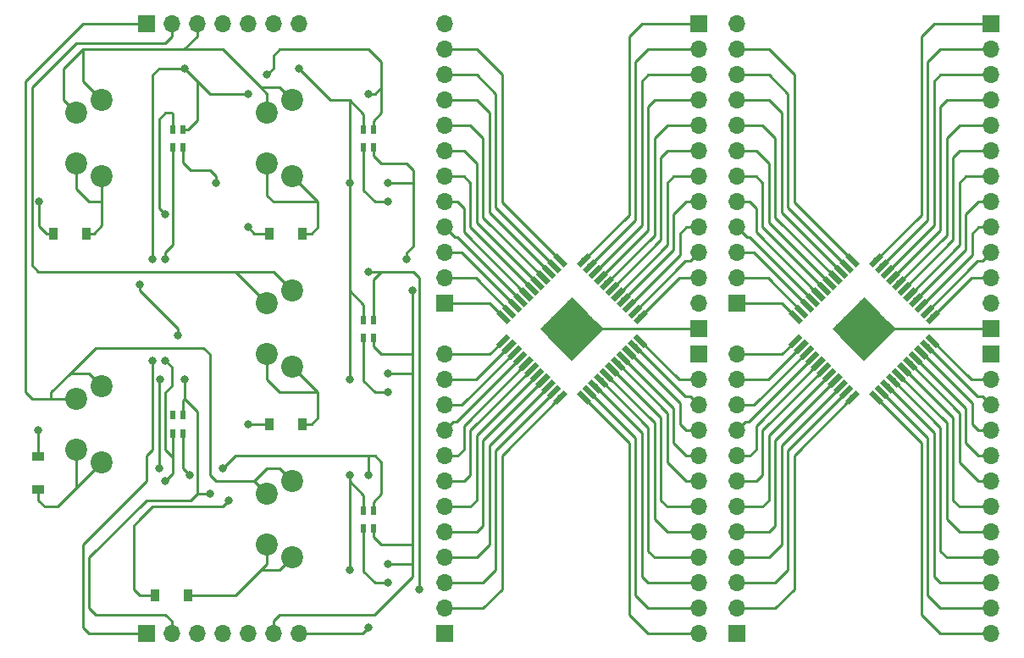
<source format=gbr>
G04 #@! TF.GenerationSoftware,KiCad,Pcbnew,(5.0.0-rc2-dev-471-ge4feb315d)*
G04 #@! TF.CreationDate,2018-05-05T14:20:45+01:00*
G04 #@! TF.ProjectId,panel,70616E656C2E6B696361645F70636200,rev?*
G04 #@! TF.SameCoordinates,Original*
G04 #@! TF.FileFunction,Copper,L1,Top,Signal*
G04 #@! TF.FilePolarity,Positive*
%FSLAX46Y46*%
G04 Gerber Fmt 4.6, Leading zero omitted, Abs format (unit mm)*
G04 Created by KiCad (PCBNEW (5.0.0-rc2-dev-471-ge4feb315d)) date Sat May  5 14:20:45 2018*
%MOMM*%
%LPD*%
G01*
G04 APERTURE LIST*
%ADD10O,1.700000X1.700000*%
%ADD11R,1.700000X1.700000*%
%ADD12C,0.550000*%
%ADD13C,0.100000*%
%ADD14C,1.125000*%
%ADD15R,0.500000X0.850000*%
%ADD16C,2.200000*%
%ADD17R,1.200000X0.900000*%
%ADD18R,0.900000X1.200000*%
%ADD19C,0.800000*%
%ADD20C,0.250000*%
G04 APERTURE END LIST*
D10*
X171450000Y-149860000D03*
X171450000Y-147320000D03*
X171450000Y-144780000D03*
X171450000Y-142240000D03*
X171450000Y-139700000D03*
X171450000Y-137160000D03*
X171450000Y-134620000D03*
X171450000Y-132080000D03*
X171450000Y-129540000D03*
X171450000Y-127000000D03*
X171450000Y-124460000D03*
D11*
X171450000Y-121920000D03*
D10*
X146050000Y-88900000D03*
X146050000Y-91440000D03*
X146050000Y-93980000D03*
X146050000Y-96520000D03*
X146050000Y-99060000D03*
X146050000Y-101600000D03*
X146050000Y-104140000D03*
X146050000Y-106680000D03*
X146050000Y-109220000D03*
X146050000Y-111760000D03*
X146050000Y-114300000D03*
D11*
X146050000Y-116840000D03*
X171450000Y-88900000D03*
D10*
X171450000Y-91440000D03*
X171450000Y-93980000D03*
X171450000Y-96520000D03*
X171450000Y-99060000D03*
X171450000Y-101600000D03*
X171450000Y-104140000D03*
X171450000Y-106680000D03*
X171450000Y-109220000D03*
X171450000Y-111760000D03*
X171450000Y-114300000D03*
X171450000Y-116840000D03*
D11*
X171450000Y-119380000D03*
D12*
X157547918Y-112521064D03*
D13*
G36*
X156823134Y-112185188D02*
X157212042Y-111796280D01*
X158272702Y-112856940D01*
X157883794Y-113245848D01*
X156823134Y-112185188D01*
X156823134Y-112185188D01*
G37*
D12*
X156982233Y-113086750D03*
D13*
G36*
X156257449Y-112750874D02*
X156646357Y-112361966D01*
X157707017Y-113422626D01*
X157318109Y-113811534D01*
X156257449Y-112750874D01*
X156257449Y-112750874D01*
G37*
D12*
X156416548Y-113652435D03*
D13*
G36*
X155691764Y-113316559D02*
X156080672Y-112927651D01*
X157141332Y-113988311D01*
X156752424Y-114377219D01*
X155691764Y-113316559D01*
X155691764Y-113316559D01*
G37*
D12*
X155850862Y-114218120D03*
D13*
G36*
X155126078Y-113882244D02*
X155514986Y-113493336D01*
X156575646Y-114553996D01*
X156186738Y-114942904D01*
X155126078Y-113882244D01*
X155126078Y-113882244D01*
G37*
D12*
X155285177Y-114783806D03*
D13*
G36*
X154560393Y-114447930D02*
X154949301Y-114059022D01*
X156009961Y-115119682D01*
X155621053Y-115508590D01*
X154560393Y-114447930D01*
X154560393Y-114447930D01*
G37*
D12*
X154719491Y-115349491D03*
D13*
G36*
X153994707Y-115013615D02*
X154383615Y-114624707D01*
X155444275Y-115685367D01*
X155055367Y-116074275D01*
X153994707Y-115013615D01*
X153994707Y-115013615D01*
G37*
D12*
X154153806Y-115915177D03*
D13*
G36*
X153429022Y-115579301D02*
X153817930Y-115190393D01*
X154878590Y-116251053D01*
X154489682Y-116639961D01*
X153429022Y-115579301D01*
X153429022Y-115579301D01*
G37*
D12*
X153588120Y-116480862D03*
D13*
G36*
X152863336Y-116144986D02*
X153252244Y-115756078D01*
X154312904Y-116816738D01*
X153923996Y-117205646D01*
X152863336Y-116144986D01*
X152863336Y-116144986D01*
G37*
D12*
X153022435Y-117046548D03*
D13*
G36*
X152297651Y-116710672D02*
X152686559Y-116321764D01*
X153747219Y-117382424D01*
X153358311Y-117771332D01*
X152297651Y-116710672D01*
X152297651Y-116710672D01*
G37*
D12*
X152456750Y-117612233D03*
D13*
G36*
X151731966Y-117276357D02*
X152120874Y-116887449D01*
X153181534Y-117948109D01*
X152792626Y-118337017D01*
X151731966Y-117276357D01*
X151731966Y-117276357D01*
G37*
D12*
X151891064Y-118177918D03*
D13*
G36*
X151166280Y-117842042D02*
X151555188Y-117453134D01*
X152615848Y-118513794D01*
X152226940Y-118902702D01*
X151166280Y-117842042D01*
X151166280Y-117842042D01*
G37*
D12*
X151891064Y-120582082D03*
D13*
G36*
X151555188Y-121306866D02*
X151166280Y-120917958D01*
X152226940Y-119857298D01*
X152615848Y-120246206D01*
X151555188Y-121306866D01*
X151555188Y-121306866D01*
G37*
D12*
X152456750Y-121147767D03*
D13*
G36*
X152120874Y-121872551D02*
X151731966Y-121483643D01*
X152792626Y-120422983D01*
X153181534Y-120811891D01*
X152120874Y-121872551D01*
X152120874Y-121872551D01*
G37*
D12*
X153022435Y-121713452D03*
D13*
G36*
X152686559Y-122438236D02*
X152297651Y-122049328D01*
X153358311Y-120988668D01*
X153747219Y-121377576D01*
X152686559Y-122438236D01*
X152686559Y-122438236D01*
G37*
D12*
X153588120Y-122279138D03*
D13*
G36*
X153252244Y-123003922D02*
X152863336Y-122615014D01*
X153923996Y-121554354D01*
X154312904Y-121943262D01*
X153252244Y-123003922D01*
X153252244Y-123003922D01*
G37*
D12*
X154153806Y-122844823D03*
D13*
G36*
X153817930Y-123569607D02*
X153429022Y-123180699D01*
X154489682Y-122120039D01*
X154878590Y-122508947D01*
X153817930Y-123569607D01*
X153817930Y-123569607D01*
G37*
D12*
X154719491Y-123410509D03*
D13*
G36*
X154383615Y-124135293D02*
X153994707Y-123746385D01*
X155055367Y-122685725D01*
X155444275Y-123074633D01*
X154383615Y-124135293D01*
X154383615Y-124135293D01*
G37*
D12*
X155285177Y-123976194D03*
D13*
G36*
X154949301Y-124700978D02*
X154560393Y-124312070D01*
X155621053Y-123251410D01*
X156009961Y-123640318D01*
X154949301Y-124700978D01*
X154949301Y-124700978D01*
G37*
D12*
X155850862Y-124541880D03*
D13*
G36*
X155514986Y-125266664D02*
X155126078Y-124877756D01*
X156186738Y-123817096D01*
X156575646Y-124206004D01*
X155514986Y-125266664D01*
X155514986Y-125266664D01*
G37*
D12*
X156416548Y-125107565D03*
D13*
G36*
X156080672Y-125832349D02*
X155691764Y-125443441D01*
X156752424Y-124382781D01*
X157141332Y-124771689D01*
X156080672Y-125832349D01*
X156080672Y-125832349D01*
G37*
D12*
X156982233Y-125673250D03*
D13*
G36*
X156646357Y-126398034D02*
X156257449Y-126009126D01*
X157318109Y-124948466D01*
X157707017Y-125337374D01*
X156646357Y-126398034D01*
X156646357Y-126398034D01*
G37*
D12*
X157547918Y-126238936D03*
D13*
G36*
X157212042Y-126963720D02*
X156823134Y-126574812D01*
X157883794Y-125514152D01*
X158272702Y-125903060D01*
X157212042Y-126963720D01*
X157212042Y-126963720D01*
G37*
D12*
X159952082Y-126238936D03*
D13*
G36*
X159227298Y-125903060D02*
X159616206Y-125514152D01*
X160676866Y-126574812D01*
X160287958Y-126963720D01*
X159227298Y-125903060D01*
X159227298Y-125903060D01*
G37*
D12*
X160517767Y-125673250D03*
D13*
G36*
X159792983Y-125337374D02*
X160181891Y-124948466D01*
X161242551Y-126009126D01*
X160853643Y-126398034D01*
X159792983Y-125337374D01*
X159792983Y-125337374D01*
G37*
D12*
X161083452Y-125107565D03*
D13*
G36*
X160358668Y-124771689D02*
X160747576Y-124382781D01*
X161808236Y-125443441D01*
X161419328Y-125832349D01*
X160358668Y-124771689D01*
X160358668Y-124771689D01*
G37*
D12*
X161649138Y-124541880D03*
D13*
G36*
X160924354Y-124206004D02*
X161313262Y-123817096D01*
X162373922Y-124877756D01*
X161985014Y-125266664D01*
X160924354Y-124206004D01*
X160924354Y-124206004D01*
G37*
D12*
X162214823Y-123976194D03*
D13*
G36*
X161490039Y-123640318D02*
X161878947Y-123251410D01*
X162939607Y-124312070D01*
X162550699Y-124700978D01*
X161490039Y-123640318D01*
X161490039Y-123640318D01*
G37*
D12*
X162780509Y-123410509D03*
D13*
G36*
X162055725Y-123074633D02*
X162444633Y-122685725D01*
X163505293Y-123746385D01*
X163116385Y-124135293D01*
X162055725Y-123074633D01*
X162055725Y-123074633D01*
G37*
D12*
X163346194Y-122844823D03*
D13*
G36*
X162621410Y-122508947D02*
X163010318Y-122120039D01*
X164070978Y-123180699D01*
X163682070Y-123569607D01*
X162621410Y-122508947D01*
X162621410Y-122508947D01*
G37*
D12*
X163911880Y-122279138D03*
D13*
G36*
X163187096Y-121943262D02*
X163576004Y-121554354D01*
X164636664Y-122615014D01*
X164247756Y-123003922D01*
X163187096Y-121943262D01*
X163187096Y-121943262D01*
G37*
D12*
X164477565Y-121713452D03*
D13*
G36*
X163752781Y-121377576D02*
X164141689Y-120988668D01*
X165202349Y-122049328D01*
X164813441Y-122438236D01*
X163752781Y-121377576D01*
X163752781Y-121377576D01*
G37*
D12*
X165043250Y-121147767D03*
D13*
G36*
X164318466Y-120811891D02*
X164707374Y-120422983D01*
X165768034Y-121483643D01*
X165379126Y-121872551D01*
X164318466Y-120811891D01*
X164318466Y-120811891D01*
G37*
D12*
X165608936Y-120582082D03*
D13*
G36*
X164884152Y-120246206D02*
X165273060Y-119857298D01*
X166333720Y-120917958D01*
X165944812Y-121306866D01*
X164884152Y-120246206D01*
X164884152Y-120246206D01*
G37*
D12*
X165608936Y-118177918D03*
D13*
G36*
X165273060Y-118902702D02*
X164884152Y-118513794D01*
X165944812Y-117453134D01*
X166333720Y-117842042D01*
X165273060Y-118902702D01*
X165273060Y-118902702D01*
G37*
D12*
X165043250Y-117612233D03*
D13*
G36*
X164707374Y-118337017D02*
X164318466Y-117948109D01*
X165379126Y-116887449D01*
X165768034Y-117276357D01*
X164707374Y-118337017D01*
X164707374Y-118337017D01*
G37*
D12*
X164477565Y-117046548D03*
D13*
G36*
X164141689Y-117771332D02*
X163752781Y-117382424D01*
X164813441Y-116321764D01*
X165202349Y-116710672D01*
X164141689Y-117771332D01*
X164141689Y-117771332D01*
G37*
D12*
X163911880Y-116480862D03*
D13*
G36*
X163576004Y-117205646D02*
X163187096Y-116816738D01*
X164247756Y-115756078D01*
X164636664Y-116144986D01*
X163576004Y-117205646D01*
X163576004Y-117205646D01*
G37*
D12*
X163346194Y-115915177D03*
D13*
G36*
X163010318Y-116639961D02*
X162621410Y-116251053D01*
X163682070Y-115190393D01*
X164070978Y-115579301D01*
X163010318Y-116639961D01*
X163010318Y-116639961D01*
G37*
D12*
X162780509Y-115349491D03*
D13*
G36*
X162444633Y-116074275D02*
X162055725Y-115685367D01*
X163116385Y-114624707D01*
X163505293Y-115013615D01*
X162444633Y-116074275D01*
X162444633Y-116074275D01*
G37*
D12*
X162214823Y-114783806D03*
D13*
G36*
X161878947Y-115508590D02*
X161490039Y-115119682D01*
X162550699Y-114059022D01*
X162939607Y-114447930D01*
X161878947Y-115508590D01*
X161878947Y-115508590D01*
G37*
D12*
X161649138Y-114218120D03*
D13*
G36*
X161313262Y-114942904D02*
X160924354Y-114553996D01*
X161985014Y-113493336D01*
X162373922Y-113882244D01*
X161313262Y-114942904D01*
X161313262Y-114942904D01*
G37*
D12*
X161083452Y-113652435D03*
D13*
G36*
X160747576Y-114377219D02*
X160358668Y-113988311D01*
X161419328Y-112927651D01*
X161808236Y-113316559D01*
X160747576Y-114377219D01*
X160747576Y-114377219D01*
G37*
D12*
X160517767Y-113086750D03*
D13*
G36*
X160181891Y-113811534D02*
X159792983Y-113422626D01*
X160853643Y-112361966D01*
X161242551Y-112750874D01*
X160181891Y-113811534D01*
X160181891Y-113811534D01*
G37*
D12*
X159952082Y-112521064D03*
D13*
G36*
X159616206Y-113245848D02*
X159227298Y-112856940D01*
X160287958Y-111796280D01*
X160676866Y-112185188D01*
X159616206Y-113245848D01*
X159616206Y-113245848D01*
G37*
D14*
X158750000Y-121766485D03*
D13*
G36*
X157954505Y-121766485D02*
X158750000Y-120970990D01*
X159545495Y-121766485D01*
X158750000Y-122561980D01*
X157954505Y-121766485D01*
X157954505Y-121766485D01*
G37*
D14*
X159545495Y-120970990D03*
D13*
G36*
X158750000Y-120970990D02*
X159545495Y-120175495D01*
X160340990Y-120970990D01*
X159545495Y-121766485D01*
X158750000Y-120970990D01*
X158750000Y-120970990D01*
G37*
D14*
X160340990Y-120175495D03*
D13*
G36*
X159545495Y-120175495D02*
X160340990Y-119380000D01*
X161136485Y-120175495D01*
X160340990Y-120970990D01*
X159545495Y-120175495D01*
X159545495Y-120175495D01*
G37*
D14*
X161136485Y-119380000D03*
D13*
G36*
X160340990Y-119380000D02*
X161136485Y-118584505D01*
X161931980Y-119380000D01*
X161136485Y-120175495D01*
X160340990Y-119380000D01*
X160340990Y-119380000D01*
G37*
D14*
X157954505Y-120970990D03*
D13*
G36*
X157159010Y-120970990D02*
X157954505Y-120175495D01*
X158750000Y-120970990D01*
X157954505Y-121766485D01*
X157159010Y-120970990D01*
X157159010Y-120970990D01*
G37*
D14*
X158750000Y-120175495D03*
D13*
G36*
X157954505Y-120175495D02*
X158750000Y-119380000D01*
X159545495Y-120175495D01*
X158750000Y-120970990D01*
X157954505Y-120175495D01*
X157954505Y-120175495D01*
G37*
D14*
X159545495Y-119380000D03*
D13*
G36*
X158750000Y-119380000D02*
X159545495Y-118584505D01*
X160340990Y-119380000D01*
X159545495Y-120175495D01*
X158750000Y-119380000D01*
X158750000Y-119380000D01*
G37*
D14*
X160340990Y-118584505D03*
D13*
G36*
X159545495Y-118584505D02*
X160340990Y-117789010D01*
X161136485Y-118584505D01*
X160340990Y-119380000D01*
X159545495Y-118584505D01*
X159545495Y-118584505D01*
G37*
D14*
X157159010Y-120175495D03*
D13*
G36*
X156363515Y-120175495D02*
X157159010Y-119380000D01*
X157954505Y-120175495D01*
X157159010Y-120970990D01*
X156363515Y-120175495D01*
X156363515Y-120175495D01*
G37*
D14*
X157954505Y-119380000D03*
D13*
G36*
X157159010Y-119380000D02*
X157954505Y-118584505D01*
X158750000Y-119380000D01*
X157954505Y-120175495D01*
X157159010Y-119380000D01*
X157159010Y-119380000D01*
G37*
D14*
X158750000Y-118584505D03*
D13*
G36*
X157954505Y-118584505D02*
X158750000Y-117789010D01*
X159545495Y-118584505D01*
X158750000Y-119380000D01*
X157954505Y-118584505D01*
X157954505Y-118584505D01*
G37*
D14*
X159545495Y-117789010D03*
D13*
G36*
X158750000Y-117789010D02*
X159545495Y-116993515D01*
X160340990Y-117789010D01*
X159545495Y-118584505D01*
X158750000Y-117789010D01*
X158750000Y-117789010D01*
G37*
D14*
X156363515Y-119380000D03*
D13*
G36*
X155568020Y-119380000D02*
X156363515Y-118584505D01*
X157159010Y-119380000D01*
X156363515Y-120175495D01*
X155568020Y-119380000D01*
X155568020Y-119380000D01*
G37*
D14*
X157159010Y-118584505D03*
D13*
G36*
X156363515Y-118584505D02*
X157159010Y-117789010D01*
X157954505Y-118584505D01*
X157159010Y-119380000D01*
X156363515Y-118584505D01*
X156363515Y-118584505D01*
G37*
D14*
X157954505Y-117789010D03*
D13*
G36*
X157159010Y-117789010D02*
X157954505Y-116993515D01*
X158750000Y-117789010D01*
X157954505Y-118584505D01*
X157159010Y-117789010D01*
X157159010Y-117789010D01*
G37*
D14*
X158750000Y-116993515D03*
D13*
G36*
X157954505Y-116993515D02*
X158750000Y-116198020D01*
X159545495Y-116993515D01*
X158750000Y-117789010D01*
X157954505Y-116993515D01*
X157954505Y-116993515D01*
G37*
D11*
X146050000Y-149860000D03*
D10*
X146050000Y-147320000D03*
X146050000Y-144780000D03*
X146050000Y-142240000D03*
X146050000Y-139700000D03*
X146050000Y-137160000D03*
X146050000Y-134620000D03*
X146050000Y-132080000D03*
X146050000Y-129540000D03*
X146050000Y-127000000D03*
X146050000Y-124460000D03*
X146050000Y-121920000D03*
X116840000Y-121920000D03*
X116840000Y-124460000D03*
X116840000Y-127000000D03*
X116840000Y-129540000D03*
X116840000Y-132080000D03*
X116840000Y-134620000D03*
X116840000Y-137160000D03*
X116840000Y-139700000D03*
X116840000Y-142240000D03*
X116840000Y-144780000D03*
X116840000Y-147320000D03*
D11*
X116840000Y-149860000D03*
X116840000Y-116840000D03*
D10*
X116840000Y-114300000D03*
X116840000Y-111760000D03*
X116840000Y-109220000D03*
X116840000Y-106680000D03*
X116840000Y-104140000D03*
X116840000Y-101600000D03*
X116840000Y-99060000D03*
X116840000Y-96520000D03*
X116840000Y-93980000D03*
X116840000Y-91440000D03*
X116840000Y-88900000D03*
D11*
X142240000Y-121920000D03*
D10*
X142240000Y-124460000D03*
X142240000Y-127000000D03*
X142240000Y-129540000D03*
X142240000Y-132080000D03*
X142240000Y-134620000D03*
X142240000Y-137160000D03*
X142240000Y-139700000D03*
X142240000Y-142240000D03*
X142240000Y-144780000D03*
X142240000Y-147320000D03*
X142240000Y-149860000D03*
X142240000Y-116840000D03*
X142240000Y-114300000D03*
X142240000Y-111760000D03*
X142240000Y-109220000D03*
X142240000Y-106680000D03*
X142240000Y-104140000D03*
X142240000Y-101600000D03*
X142240000Y-99060000D03*
X142240000Y-96520000D03*
X142240000Y-93980000D03*
X142240000Y-91440000D03*
D11*
X142240000Y-88900000D03*
D14*
X129540000Y-116993515D03*
D13*
G36*
X128744505Y-116993515D02*
X129540000Y-116198020D01*
X130335495Y-116993515D01*
X129540000Y-117789010D01*
X128744505Y-116993515D01*
X128744505Y-116993515D01*
G37*
D14*
X128744505Y-117789010D03*
D13*
G36*
X127949010Y-117789010D02*
X128744505Y-116993515D01*
X129540000Y-117789010D01*
X128744505Y-118584505D01*
X127949010Y-117789010D01*
X127949010Y-117789010D01*
G37*
D14*
X127949010Y-118584505D03*
D13*
G36*
X127153515Y-118584505D02*
X127949010Y-117789010D01*
X128744505Y-118584505D01*
X127949010Y-119380000D01*
X127153515Y-118584505D01*
X127153515Y-118584505D01*
G37*
D14*
X127153515Y-119380000D03*
D13*
G36*
X126358020Y-119380000D02*
X127153515Y-118584505D01*
X127949010Y-119380000D01*
X127153515Y-120175495D01*
X126358020Y-119380000D01*
X126358020Y-119380000D01*
G37*
D14*
X130335495Y-117789010D03*
D13*
G36*
X129540000Y-117789010D02*
X130335495Y-116993515D01*
X131130990Y-117789010D01*
X130335495Y-118584505D01*
X129540000Y-117789010D01*
X129540000Y-117789010D01*
G37*
D14*
X129540000Y-118584505D03*
D13*
G36*
X128744505Y-118584505D02*
X129540000Y-117789010D01*
X130335495Y-118584505D01*
X129540000Y-119380000D01*
X128744505Y-118584505D01*
X128744505Y-118584505D01*
G37*
D14*
X128744505Y-119380000D03*
D13*
G36*
X127949010Y-119380000D02*
X128744505Y-118584505D01*
X129540000Y-119380000D01*
X128744505Y-120175495D01*
X127949010Y-119380000D01*
X127949010Y-119380000D01*
G37*
D14*
X127949010Y-120175495D03*
D13*
G36*
X127153515Y-120175495D02*
X127949010Y-119380000D01*
X128744505Y-120175495D01*
X127949010Y-120970990D01*
X127153515Y-120175495D01*
X127153515Y-120175495D01*
G37*
D14*
X131130990Y-118584505D03*
D13*
G36*
X130335495Y-118584505D02*
X131130990Y-117789010D01*
X131926485Y-118584505D01*
X131130990Y-119380000D01*
X130335495Y-118584505D01*
X130335495Y-118584505D01*
G37*
D14*
X130335495Y-119380000D03*
D13*
G36*
X129540000Y-119380000D02*
X130335495Y-118584505D01*
X131130990Y-119380000D01*
X130335495Y-120175495D01*
X129540000Y-119380000D01*
X129540000Y-119380000D01*
G37*
D14*
X129540000Y-120175495D03*
D13*
G36*
X128744505Y-120175495D02*
X129540000Y-119380000D01*
X130335495Y-120175495D01*
X129540000Y-120970990D01*
X128744505Y-120175495D01*
X128744505Y-120175495D01*
G37*
D14*
X128744505Y-120970990D03*
D13*
G36*
X127949010Y-120970990D02*
X128744505Y-120175495D01*
X129540000Y-120970990D01*
X128744505Y-121766485D01*
X127949010Y-120970990D01*
X127949010Y-120970990D01*
G37*
D14*
X131926485Y-119380000D03*
D13*
G36*
X131130990Y-119380000D02*
X131926485Y-118584505D01*
X132721980Y-119380000D01*
X131926485Y-120175495D01*
X131130990Y-119380000D01*
X131130990Y-119380000D01*
G37*
D14*
X131130990Y-120175495D03*
D13*
G36*
X130335495Y-120175495D02*
X131130990Y-119380000D01*
X131926485Y-120175495D01*
X131130990Y-120970990D01*
X130335495Y-120175495D01*
X130335495Y-120175495D01*
G37*
D14*
X130335495Y-120970990D03*
D13*
G36*
X129540000Y-120970990D02*
X130335495Y-120175495D01*
X131130990Y-120970990D01*
X130335495Y-121766485D01*
X129540000Y-120970990D01*
X129540000Y-120970990D01*
G37*
D14*
X129540000Y-121766485D03*
D13*
G36*
X128744505Y-121766485D02*
X129540000Y-120970990D01*
X130335495Y-121766485D01*
X129540000Y-122561980D01*
X128744505Y-121766485D01*
X128744505Y-121766485D01*
G37*
D12*
X130742082Y-112521064D03*
D13*
G36*
X130406206Y-113245848D02*
X130017298Y-112856940D01*
X131077958Y-111796280D01*
X131466866Y-112185188D01*
X130406206Y-113245848D01*
X130406206Y-113245848D01*
G37*
D12*
X131307767Y-113086750D03*
D13*
G36*
X130971891Y-113811534D02*
X130582983Y-113422626D01*
X131643643Y-112361966D01*
X132032551Y-112750874D01*
X130971891Y-113811534D01*
X130971891Y-113811534D01*
G37*
D12*
X131873452Y-113652435D03*
D13*
G36*
X131537576Y-114377219D02*
X131148668Y-113988311D01*
X132209328Y-112927651D01*
X132598236Y-113316559D01*
X131537576Y-114377219D01*
X131537576Y-114377219D01*
G37*
D12*
X132439138Y-114218120D03*
D13*
G36*
X132103262Y-114942904D02*
X131714354Y-114553996D01*
X132775014Y-113493336D01*
X133163922Y-113882244D01*
X132103262Y-114942904D01*
X132103262Y-114942904D01*
G37*
D12*
X133004823Y-114783806D03*
D13*
G36*
X132668947Y-115508590D02*
X132280039Y-115119682D01*
X133340699Y-114059022D01*
X133729607Y-114447930D01*
X132668947Y-115508590D01*
X132668947Y-115508590D01*
G37*
D12*
X133570509Y-115349491D03*
D13*
G36*
X133234633Y-116074275D02*
X132845725Y-115685367D01*
X133906385Y-114624707D01*
X134295293Y-115013615D01*
X133234633Y-116074275D01*
X133234633Y-116074275D01*
G37*
D12*
X134136194Y-115915177D03*
D13*
G36*
X133800318Y-116639961D02*
X133411410Y-116251053D01*
X134472070Y-115190393D01*
X134860978Y-115579301D01*
X133800318Y-116639961D01*
X133800318Y-116639961D01*
G37*
D12*
X134701880Y-116480862D03*
D13*
G36*
X134366004Y-117205646D02*
X133977096Y-116816738D01*
X135037756Y-115756078D01*
X135426664Y-116144986D01*
X134366004Y-117205646D01*
X134366004Y-117205646D01*
G37*
D12*
X135267565Y-117046548D03*
D13*
G36*
X134931689Y-117771332D02*
X134542781Y-117382424D01*
X135603441Y-116321764D01*
X135992349Y-116710672D01*
X134931689Y-117771332D01*
X134931689Y-117771332D01*
G37*
D12*
X135833250Y-117612233D03*
D13*
G36*
X135497374Y-118337017D02*
X135108466Y-117948109D01*
X136169126Y-116887449D01*
X136558034Y-117276357D01*
X135497374Y-118337017D01*
X135497374Y-118337017D01*
G37*
D12*
X136398936Y-118177918D03*
D13*
G36*
X136063060Y-118902702D02*
X135674152Y-118513794D01*
X136734812Y-117453134D01*
X137123720Y-117842042D01*
X136063060Y-118902702D01*
X136063060Y-118902702D01*
G37*
D12*
X136398936Y-120582082D03*
D13*
G36*
X135674152Y-120246206D02*
X136063060Y-119857298D01*
X137123720Y-120917958D01*
X136734812Y-121306866D01*
X135674152Y-120246206D01*
X135674152Y-120246206D01*
G37*
D12*
X135833250Y-121147767D03*
D13*
G36*
X135108466Y-120811891D02*
X135497374Y-120422983D01*
X136558034Y-121483643D01*
X136169126Y-121872551D01*
X135108466Y-120811891D01*
X135108466Y-120811891D01*
G37*
D12*
X135267565Y-121713452D03*
D13*
G36*
X134542781Y-121377576D02*
X134931689Y-120988668D01*
X135992349Y-122049328D01*
X135603441Y-122438236D01*
X134542781Y-121377576D01*
X134542781Y-121377576D01*
G37*
D12*
X134701880Y-122279138D03*
D13*
G36*
X133977096Y-121943262D02*
X134366004Y-121554354D01*
X135426664Y-122615014D01*
X135037756Y-123003922D01*
X133977096Y-121943262D01*
X133977096Y-121943262D01*
G37*
D12*
X134136194Y-122844823D03*
D13*
G36*
X133411410Y-122508947D02*
X133800318Y-122120039D01*
X134860978Y-123180699D01*
X134472070Y-123569607D01*
X133411410Y-122508947D01*
X133411410Y-122508947D01*
G37*
D12*
X133570509Y-123410509D03*
D13*
G36*
X132845725Y-123074633D02*
X133234633Y-122685725D01*
X134295293Y-123746385D01*
X133906385Y-124135293D01*
X132845725Y-123074633D01*
X132845725Y-123074633D01*
G37*
D12*
X133004823Y-123976194D03*
D13*
G36*
X132280039Y-123640318D02*
X132668947Y-123251410D01*
X133729607Y-124312070D01*
X133340699Y-124700978D01*
X132280039Y-123640318D01*
X132280039Y-123640318D01*
G37*
D12*
X132439138Y-124541880D03*
D13*
G36*
X131714354Y-124206004D02*
X132103262Y-123817096D01*
X133163922Y-124877756D01*
X132775014Y-125266664D01*
X131714354Y-124206004D01*
X131714354Y-124206004D01*
G37*
D12*
X131873452Y-125107565D03*
D13*
G36*
X131148668Y-124771689D02*
X131537576Y-124382781D01*
X132598236Y-125443441D01*
X132209328Y-125832349D01*
X131148668Y-124771689D01*
X131148668Y-124771689D01*
G37*
D12*
X131307767Y-125673250D03*
D13*
G36*
X130582983Y-125337374D02*
X130971891Y-124948466D01*
X132032551Y-126009126D01*
X131643643Y-126398034D01*
X130582983Y-125337374D01*
X130582983Y-125337374D01*
G37*
D12*
X130742082Y-126238936D03*
D13*
G36*
X130017298Y-125903060D02*
X130406206Y-125514152D01*
X131466866Y-126574812D01*
X131077958Y-126963720D01*
X130017298Y-125903060D01*
X130017298Y-125903060D01*
G37*
D12*
X128337918Y-126238936D03*
D13*
G36*
X128002042Y-126963720D02*
X127613134Y-126574812D01*
X128673794Y-125514152D01*
X129062702Y-125903060D01*
X128002042Y-126963720D01*
X128002042Y-126963720D01*
G37*
D12*
X127772233Y-125673250D03*
D13*
G36*
X127436357Y-126398034D02*
X127047449Y-126009126D01*
X128108109Y-124948466D01*
X128497017Y-125337374D01*
X127436357Y-126398034D01*
X127436357Y-126398034D01*
G37*
D12*
X127206548Y-125107565D03*
D13*
G36*
X126870672Y-125832349D02*
X126481764Y-125443441D01*
X127542424Y-124382781D01*
X127931332Y-124771689D01*
X126870672Y-125832349D01*
X126870672Y-125832349D01*
G37*
D12*
X126640862Y-124541880D03*
D13*
G36*
X126304986Y-125266664D02*
X125916078Y-124877756D01*
X126976738Y-123817096D01*
X127365646Y-124206004D01*
X126304986Y-125266664D01*
X126304986Y-125266664D01*
G37*
D12*
X126075177Y-123976194D03*
D13*
G36*
X125739301Y-124700978D02*
X125350393Y-124312070D01*
X126411053Y-123251410D01*
X126799961Y-123640318D01*
X125739301Y-124700978D01*
X125739301Y-124700978D01*
G37*
D12*
X125509491Y-123410509D03*
D13*
G36*
X125173615Y-124135293D02*
X124784707Y-123746385D01*
X125845367Y-122685725D01*
X126234275Y-123074633D01*
X125173615Y-124135293D01*
X125173615Y-124135293D01*
G37*
D12*
X124943806Y-122844823D03*
D13*
G36*
X124607930Y-123569607D02*
X124219022Y-123180699D01*
X125279682Y-122120039D01*
X125668590Y-122508947D01*
X124607930Y-123569607D01*
X124607930Y-123569607D01*
G37*
D12*
X124378120Y-122279138D03*
D13*
G36*
X124042244Y-123003922D02*
X123653336Y-122615014D01*
X124713996Y-121554354D01*
X125102904Y-121943262D01*
X124042244Y-123003922D01*
X124042244Y-123003922D01*
G37*
D12*
X123812435Y-121713452D03*
D13*
G36*
X123476559Y-122438236D02*
X123087651Y-122049328D01*
X124148311Y-120988668D01*
X124537219Y-121377576D01*
X123476559Y-122438236D01*
X123476559Y-122438236D01*
G37*
D12*
X123246750Y-121147767D03*
D13*
G36*
X122910874Y-121872551D02*
X122521966Y-121483643D01*
X123582626Y-120422983D01*
X123971534Y-120811891D01*
X122910874Y-121872551D01*
X122910874Y-121872551D01*
G37*
D12*
X122681064Y-120582082D03*
D13*
G36*
X122345188Y-121306866D02*
X121956280Y-120917958D01*
X123016940Y-119857298D01*
X123405848Y-120246206D01*
X122345188Y-121306866D01*
X122345188Y-121306866D01*
G37*
D12*
X122681064Y-118177918D03*
D13*
G36*
X121956280Y-117842042D02*
X122345188Y-117453134D01*
X123405848Y-118513794D01*
X123016940Y-118902702D01*
X121956280Y-117842042D01*
X121956280Y-117842042D01*
G37*
D12*
X123246750Y-117612233D03*
D13*
G36*
X122521966Y-117276357D02*
X122910874Y-116887449D01*
X123971534Y-117948109D01*
X123582626Y-118337017D01*
X122521966Y-117276357D01*
X122521966Y-117276357D01*
G37*
D12*
X123812435Y-117046548D03*
D13*
G36*
X123087651Y-116710672D02*
X123476559Y-116321764D01*
X124537219Y-117382424D01*
X124148311Y-117771332D01*
X123087651Y-116710672D01*
X123087651Y-116710672D01*
G37*
D12*
X124378120Y-116480862D03*
D13*
G36*
X123653336Y-116144986D02*
X124042244Y-115756078D01*
X125102904Y-116816738D01*
X124713996Y-117205646D01*
X123653336Y-116144986D01*
X123653336Y-116144986D01*
G37*
D12*
X124943806Y-115915177D03*
D13*
G36*
X124219022Y-115579301D02*
X124607930Y-115190393D01*
X125668590Y-116251053D01*
X125279682Y-116639961D01*
X124219022Y-115579301D01*
X124219022Y-115579301D01*
G37*
D12*
X125509491Y-115349491D03*
D13*
G36*
X124784707Y-115013615D02*
X125173615Y-114624707D01*
X126234275Y-115685367D01*
X125845367Y-116074275D01*
X124784707Y-115013615D01*
X124784707Y-115013615D01*
G37*
D12*
X126075177Y-114783806D03*
D13*
G36*
X125350393Y-114447930D02*
X125739301Y-114059022D01*
X126799961Y-115119682D01*
X126411053Y-115508590D01*
X125350393Y-114447930D01*
X125350393Y-114447930D01*
G37*
D12*
X126640862Y-114218120D03*
D13*
G36*
X125916078Y-113882244D02*
X126304986Y-113493336D01*
X127365646Y-114553996D01*
X126976738Y-114942904D01*
X125916078Y-113882244D01*
X125916078Y-113882244D01*
G37*
D12*
X127206548Y-113652435D03*
D13*
G36*
X126481764Y-113316559D02*
X126870672Y-112927651D01*
X127931332Y-113988311D01*
X127542424Y-114377219D01*
X126481764Y-113316559D01*
X126481764Y-113316559D01*
G37*
D12*
X127772233Y-113086750D03*
D13*
G36*
X127047449Y-112750874D02*
X127436357Y-112361966D01*
X128497017Y-113422626D01*
X128108109Y-113811534D01*
X127047449Y-112750874D01*
X127047449Y-112750874D01*
G37*
D12*
X128337918Y-112521064D03*
D13*
G36*
X127613134Y-112185188D02*
X128002042Y-111796280D01*
X129062702Y-112856940D01*
X128673794Y-113245848D01*
X127613134Y-112185188D01*
X127613134Y-112185188D01*
G37*
D11*
X142240000Y-119380000D03*
D15*
X89670000Y-129805000D03*
X90670000Y-129805000D03*
X90670000Y-128005000D03*
X89670000Y-128005000D03*
X108720000Y-137530000D03*
X109720000Y-137530000D03*
X109720000Y-139330000D03*
X108720000Y-139330000D03*
X108720000Y-120280000D03*
X109720000Y-120280000D03*
X109720000Y-118480000D03*
X108720000Y-118480000D03*
X89670000Y-99430000D03*
X90670000Y-99430000D03*
X90670000Y-101230000D03*
X89670000Y-101230000D03*
X108720000Y-101230000D03*
X109720000Y-101230000D03*
X109720000Y-99430000D03*
X108720000Y-99430000D03*
D11*
X86995000Y-149860000D03*
D10*
X89535000Y-149860000D03*
X92075000Y-149860000D03*
X94615000Y-149860000D03*
X97155000Y-149860000D03*
X99695000Y-149860000D03*
X102235000Y-149860000D03*
X102235000Y-88900000D03*
X99695000Y-88900000D03*
X97155000Y-88900000D03*
X94615000Y-88900000D03*
X92075000Y-88900000D03*
X89535000Y-88900000D03*
D11*
X86995000Y-88900000D03*
D16*
X82550000Y-132715000D03*
X80010000Y-126365000D03*
X101600000Y-142240000D03*
X99060000Y-135890000D03*
X99060000Y-140970000D03*
X101600000Y-134620000D03*
X80010000Y-131445000D03*
X82550000Y-125095000D03*
X101600000Y-115570000D03*
X99060000Y-121920000D03*
X99060000Y-116840000D03*
X101600000Y-123190000D03*
X82550000Y-104140000D03*
X80010000Y-97790000D03*
X101600000Y-104140000D03*
X99060000Y-97790000D03*
X99060000Y-102870000D03*
X101600000Y-96520000D03*
X80010000Y-102870000D03*
X82550000Y-96520000D03*
D17*
X76200000Y-135415000D03*
X76200000Y-132115000D03*
D18*
X87885000Y-146050000D03*
X91185000Y-146050000D03*
X102615000Y-128905000D03*
X99315000Y-128905000D03*
X99315000Y-109855000D03*
X102615000Y-109855000D03*
X81025000Y-109855000D03*
X77725000Y-109855000D03*
D19*
X129540000Y-118110000D03*
X128270000Y-119380000D03*
X129540000Y-120650000D03*
X130810000Y-119380000D03*
X158750000Y-118110000D03*
X157480000Y-119380000D03*
X158750000Y-120650000D03*
X160020000Y-119380000D03*
X76200000Y-129540000D03*
X76290000Y-106680000D03*
X97155000Y-109220000D03*
X97155000Y-128905000D03*
X95250000Y-136525000D03*
X90805000Y-93345000D03*
X87630000Y-112395000D03*
X87630000Y-122555000D03*
X90805000Y-124460000D03*
X93345000Y-135890000D03*
X94615000Y-133350000D03*
X109220000Y-133985000D03*
X111125000Y-106680000D03*
X111125000Y-125730000D03*
X111125000Y-144780000D03*
X113575000Y-115570000D03*
X111125000Y-104775000D03*
X111125000Y-123825000D03*
X111125000Y-142875000D03*
X113030000Y-112395000D03*
X102235000Y-93345000D03*
X107315000Y-104775000D03*
X107315000Y-124460000D03*
X107315000Y-133985000D03*
X107315000Y-143510000D03*
X97155000Y-95885000D03*
X99060000Y-93980000D03*
X109220000Y-95885000D03*
X109220000Y-113665000D03*
X88900000Y-134620000D03*
X88900000Y-122555000D03*
X88900000Y-112395000D03*
X91350000Y-133985000D03*
X93980000Y-104775000D03*
X109220000Y-149225000D03*
X114260000Y-145415000D03*
X88265000Y-133350000D03*
X88355000Y-124460000D03*
X90170000Y-120015000D03*
X86360000Y-114935000D03*
X88900000Y-107950000D03*
D20*
X120015000Y-139700000D02*
X116840000Y-139700000D01*
X120650000Y-139065000D02*
X120015000Y-139700000D01*
X126640862Y-124541880D02*
X120650000Y-130532742D01*
X120650000Y-130532742D02*
X120650000Y-139065000D01*
X149225000Y-139700000D02*
X146050000Y-139700000D01*
X149860000Y-139065000D02*
X149225000Y-139700000D01*
X155850862Y-124541880D02*
X149860000Y-130532742D01*
X149860000Y-130532742D02*
X149860000Y-139065000D01*
X120015000Y-136525000D02*
X119380000Y-137160000D01*
X119380000Y-137160000D02*
X116840000Y-137160000D01*
X126075177Y-123976194D02*
X120015000Y-130036371D01*
X120015000Y-130036371D02*
X120015000Y-136525000D01*
X149225000Y-136525000D02*
X148590000Y-137160000D01*
X148590000Y-137160000D02*
X146050000Y-137160000D01*
X155285177Y-123976194D02*
X149225000Y-130036371D01*
X149225000Y-130036371D02*
X149225000Y-136525000D01*
X118745000Y-134620000D02*
X119380000Y-133985000D01*
X125509491Y-123410509D02*
X119380000Y-129540000D01*
X119380000Y-133985000D02*
X119380000Y-129540000D01*
X118745000Y-134620000D02*
X116840000Y-134620000D01*
X147955000Y-134620000D02*
X148590000Y-133985000D01*
X154719491Y-123410509D02*
X148590000Y-129540000D01*
X148590000Y-133985000D02*
X148590000Y-129540000D01*
X147955000Y-134620000D02*
X146050000Y-134620000D01*
X121343146Y-121920000D02*
X121216146Y-121920000D01*
X122681064Y-120582082D02*
X121343146Y-121920000D01*
X121216146Y-121920000D02*
X116840000Y-121920000D01*
X150553146Y-121920000D02*
X150426146Y-121920000D01*
X151891064Y-120582082D02*
X150553146Y-121920000D01*
X150426146Y-121920000D02*
X146050000Y-121920000D01*
X119934517Y-124460000D02*
X119380000Y-124460000D01*
X123246750Y-121147767D02*
X119934517Y-124460000D01*
X119380000Y-124460000D02*
X116840000Y-124460000D01*
X149144517Y-124460000D02*
X148590000Y-124460000D01*
X152456750Y-121147767D02*
X149144517Y-124460000D01*
X148590000Y-124460000D02*
X146050000Y-124460000D01*
X123812435Y-121713452D02*
X118525887Y-127000000D01*
X118525887Y-127000000D02*
X116840000Y-127000000D01*
X153022435Y-121713452D02*
X147735887Y-127000000D01*
X147735887Y-127000000D02*
X146050000Y-127000000D01*
X118110000Y-128547258D02*
X124378120Y-122279138D01*
X117967257Y-128690001D02*
X118110000Y-128547258D01*
X117689999Y-128690001D02*
X117967257Y-128690001D01*
X116840000Y-129540000D02*
X117689999Y-128690001D01*
X147320000Y-128547258D02*
X153588120Y-122279138D01*
X147177257Y-128690001D02*
X147320000Y-128547258D01*
X146899999Y-128690001D02*
X147177257Y-128690001D01*
X146050000Y-129540000D02*
X146899999Y-128690001D01*
X116205000Y-132058134D02*
X116205000Y-132080000D01*
X118110000Y-132080000D02*
X116840000Y-132080000D01*
X118745000Y-131445000D02*
X118110000Y-132080000D01*
X124943806Y-122844823D02*
X118745000Y-129043629D01*
X118745000Y-129043629D02*
X118745000Y-131445000D01*
X145415000Y-132058134D02*
X145415000Y-132080000D01*
X147320000Y-132080000D02*
X146050000Y-132080000D01*
X147955000Y-131445000D02*
X147320000Y-132080000D01*
X154153806Y-122844823D02*
X147955000Y-129043629D01*
X147955000Y-129043629D02*
X147955000Y-131445000D01*
X120015000Y-142240000D02*
X116840000Y-142240000D01*
X121285000Y-140970000D02*
X120015000Y-142240000D01*
X127206548Y-125107565D02*
X121285000Y-131029113D01*
X121285000Y-131029113D02*
X121285000Y-140970000D01*
X149225000Y-142240000D02*
X146050000Y-142240000D01*
X150495000Y-140970000D02*
X149225000Y-142240000D01*
X156416548Y-125107565D02*
X150495000Y-131029113D01*
X150495000Y-131029113D02*
X150495000Y-140970000D01*
X121920000Y-143510000D02*
X120650000Y-144780000D01*
X127772233Y-125673250D02*
X121920000Y-131525483D01*
X120650000Y-144780000D02*
X116840000Y-144780000D01*
X121920000Y-131525483D02*
X121920000Y-143510000D01*
X151130000Y-143510000D02*
X149860000Y-144780000D01*
X156982233Y-125673250D02*
X151130000Y-131525483D01*
X149860000Y-144780000D02*
X146050000Y-144780000D01*
X151130000Y-131525483D02*
X151130000Y-143510000D01*
X120650000Y-147320000D02*
X116840000Y-147320000D01*
X122555000Y-145415000D02*
X120650000Y-147320000D01*
X128337918Y-126238936D02*
X122555000Y-132021854D01*
X122555000Y-132021854D02*
X122555000Y-145415000D01*
X149860000Y-147320000D02*
X146050000Y-147320000D01*
X151765000Y-145415000D02*
X149860000Y-147320000D01*
X157547918Y-126238936D02*
X151765000Y-132021854D01*
X151765000Y-132021854D02*
X151765000Y-145415000D01*
X121343146Y-116840000D02*
X121285000Y-116840000D01*
X122681064Y-118177918D02*
X121343146Y-116840000D01*
X121343146Y-116840000D02*
X116840000Y-116840000D01*
X150553146Y-116840000D02*
X150495000Y-116840000D01*
X151891064Y-118177918D02*
X150553146Y-116840000D01*
X150553146Y-116840000D02*
X146050000Y-116840000D01*
X74930000Y-125730000D02*
X75565000Y-126365000D01*
X77470000Y-126365000D02*
X80010000Y-126365000D01*
X75565000Y-126365000D02*
X77470000Y-126365000D01*
X81280000Y-123825000D02*
X82550000Y-125095000D01*
X79375000Y-123825000D02*
X81280000Y-123825000D01*
X77470000Y-126365000D02*
X77470000Y-125730000D01*
X77470000Y-125730000D02*
X79375000Y-123825000D01*
X79375000Y-123825000D02*
X81915000Y-121285000D01*
X81915000Y-121285000D02*
X92710000Y-121285000D01*
X92710000Y-121285000D02*
X93345000Y-121920000D01*
X97790000Y-134620000D02*
X99060000Y-135890000D01*
X93345000Y-121920000D02*
X93345000Y-133985000D01*
X93345000Y-133985000D02*
X93980000Y-134620000D01*
X93980000Y-134620000D02*
X97790000Y-134620000D01*
X97790000Y-134620000D02*
X99060000Y-133350000D01*
X99060000Y-133350000D02*
X100330000Y-133350000D01*
X100330000Y-133350000D02*
X101600000Y-134620000D01*
X123246750Y-117612233D02*
X119934517Y-114300000D01*
X119934517Y-114300000D02*
X119380000Y-114300000D01*
X119380000Y-114300000D02*
X116840000Y-114300000D01*
X152456750Y-117612233D02*
X149144517Y-114300000D01*
X149144517Y-114300000D02*
X148590000Y-114300000D01*
X148590000Y-114300000D02*
X146050000Y-114300000D01*
X95885000Y-113665000D02*
X99060000Y-116840000D01*
X76200000Y-113665000D02*
X95885000Y-113665000D01*
X89535000Y-90170000D02*
X88900000Y-90805000D01*
X89535000Y-88900000D02*
X89535000Y-90170000D01*
X75565000Y-113030000D02*
X76200000Y-113665000D01*
X99695000Y-113665000D02*
X95885000Y-113665000D01*
X101600000Y-115570000D02*
X99695000Y-113665000D01*
X123812435Y-117046548D02*
X118525887Y-111760000D01*
X118525887Y-111760000D02*
X116840000Y-111760000D01*
X153022435Y-117046548D02*
X147735887Y-111760000D01*
X147735887Y-111760000D02*
X146050000Y-111760000D01*
X92075000Y-90102081D02*
X90737081Y-91440000D01*
X92075000Y-88900000D02*
X92075000Y-90102081D01*
X80645000Y-94615000D02*
X82550000Y-96520000D01*
X80645000Y-91440000D02*
X80645000Y-94615000D01*
X90737081Y-91440000D02*
X80645000Y-91440000D01*
X99060000Y-95885000D02*
X99060000Y-97790000D01*
X90737081Y-91440000D02*
X94615000Y-91440000D01*
X100330000Y-95250000D02*
X101600000Y-96520000D01*
X98425000Y-95250000D02*
X99060000Y-95885000D01*
X98425000Y-95250000D02*
X100330000Y-95250000D01*
X94615000Y-91440000D02*
X98425000Y-95250000D01*
X117832742Y-110212742D02*
X118110000Y-110212742D01*
X116840000Y-109220000D02*
X117832742Y-110212742D01*
X124378120Y-116480862D02*
X118110000Y-110212742D01*
X147042742Y-110212742D02*
X147320000Y-110212742D01*
X146050000Y-109220000D02*
X147042742Y-110212742D01*
X153588120Y-116480862D02*
X147320000Y-110212742D01*
X116205000Y-106701866D02*
X116205000Y-106680000D01*
X118745000Y-107315000D02*
X118745000Y-109716371D01*
X118745000Y-109716371D02*
X124943806Y-115915177D01*
X118110000Y-106680000D02*
X118745000Y-107315000D01*
X118110000Y-106680000D02*
X116840000Y-106680000D01*
X145415000Y-106701866D02*
X145415000Y-106680000D01*
X147955000Y-107315000D02*
X147955000Y-109716371D01*
X147955000Y-109716371D02*
X154153806Y-115915177D01*
X147320000Y-106680000D02*
X147955000Y-107315000D01*
X147320000Y-106680000D02*
X146050000Y-106680000D01*
X119380000Y-109220000D02*
X125509491Y-115349491D01*
X119380000Y-104775000D02*
X119380000Y-109220000D01*
X118745000Y-104140000D02*
X119380000Y-104775000D01*
X118745000Y-104140000D02*
X116840000Y-104140000D01*
X148590000Y-109220000D02*
X154719491Y-115349491D01*
X148590000Y-104775000D02*
X148590000Y-109220000D01*
X147955000Y-104140000D02*
X148590000Y-104775000D01*
X147955000Y-104140000D02*
X146050000Y-104140000D01*
X120015000Y-108723629D02*
X126075177Y-114783806D01*
X120015000Y-102870000D02*
X120015000Y-108723629D01*
X118745000Y-101600000D02*
X120015000Y-102870000D01*
X118745000Y-101600000D02*
X116840000Y-101600000D01*
X149225000Y-108723629D02*
X155285177Y-114783806D01*
X149225000Y-102870000D02*
X149225000Y-108723629D01*
X147955000Y-101600000D02*
X149225000Y-102870000D01*
X147955000Y-101600000D02*
X146050000Y-101600000D01*
X120650000Y-108227258D02*
X126640862Y-114218120D01*
X120650000Y-100330000D02*
X120650000Y-108227258D01*
X119380000Y-99060000D02*
X120650000Y-100330000D01*
X119380000Y-99060000D02*
X116840000Y-99060000D01*
X149860000Y-108227258D02*
X155850862Y-114218120D01*
X149860000Y-100330000D02*
X149860000Y-108227258D01*
X148590000Y-99060000D02*
X149860000Y-100330000D01*
X148590000Y-99060000D02*
X146050000Y-99060000D01*
X121285000Y-97790000D02*
X121285000Y-107730887D01*
X121285000Y-107730887D02*
X127206548Y-113652435D01*
X120015000Y-96520000D02*
X121285000Y-97790000D01*
X120015000Y-96520000D02*
X116840000Y-96520000D01*
X150495000Y-97790000D02*
X150495000Y-107730887D01*
X150495000Y-107730887D02*
X156416548Y-113652435D01*
X149225000Y-96520000D02*
X150495000Y-97790000D01*
X149225000Y-96520000D02*
X146050000Y-96520000D01*
X121920000Y-107234517D02*
X127772233Y-113086750D01*
X121920000Y-95885000D02*
X121920000Y-107234517D01*
X120015000Y-93980000D02*
X121920000Y-95885000D01*
X120015000Y-93980000D02*
X116840000Y-93980000D01*
X151130000Y-107234517D02*
X156982233Y-113086750D01*
X151130000Y-95885000D02*
X151130000Y-107234517D01*
X149225000Y-93980000D02*
X151130000Y-95885000D01*
X149225000Y-93980000D02*
X146050000Y-93980000D01*
X122555000Y-106738146D02*
X128337918Y-112521064D01*
X122555000Y-93980000D02*
X122555000Y-106738146D01*
X120015000Y-91440000D02*
X122555000Y-93980000D01*
X120015000Y-91440000D02*
X116840000Y-91440000D01*
X151765000Y-106738146D02*
X157547918Y-112521064D01*
X151765000Y-93980000D02*
X151765000Y-106738146D01*
X149225000Y-91440000D02*
X151765000Y-93980000D01*
X149225000Y-91440000D02*
X146050000Y-91440000D01*
X140276854Y-124460000D02*
X140403854Y-124460000D01*
X136398936Y-120582082D02*
X140276854Y-124460000D01*
X140403854Y-124460000D02*
X142240000Y-124460000D01*
X169486854Y-124460000D02*
X169613854Y-124460000D01*
X165608936Y-120582082D02*
X169486854Y-124460000D01*
X169613854Y-124460000D02*
X171450000Y-124460000D01*
X141685483Y-127000000D02*
X141812483Y-127000000D01*
X140835484Y-126150001D02*
X140415483Y-125730000D01*
X141390001Y-126150001D02*
X140835484Y-126150001D01*
X142240000Y-127000000D02*
X141390001Y-126150001D01*
X135833250Y-121147767D02*
X140415483Y-125730000D01*
X170895483Y-127000000D02*
X171022483Y-127000000D01*
X170045484Y-126150001D02*
X169625483Y-125730000D01*
X170600001Y-126150001D02*
X170045484Y-126150001D01*
X171450000Y-127000000D02*
X170600001Y-126150001D01*
X165043250Y-121147767D02*
X169625483Y-125730000D01*
X140970000Y-129540000D02*
X140335000Y-128905000D01*
X140335000Y-126780887D02*
X140335000Y-128905000D01*
X135267565Y-121713452D02*
X140335000Y-126780887D01*
X140970000Y-129540000D02*
X142240000Y-129540000D01*
X170180000Y-129540000D02*
X169545000Y-128905000D01*
X169545000Y-126780887D02*
X169545000Y-128905000D01*
X164477565Y-121713452D02*
X169545000Y-126780887D01*
X170180000Y-129540000D02*
X171450000Y-129540000D01*
X140970000Y-132080000D02*
X142240000Y-132080000D01*
X139700000Y-130810000D02*
X140970000Y-132080000D01*
X134701880Y-122279138D02*
X139700000Y-127277258D01*
X139700000Y-127277258D02*
X139700000Y-130810000D01*
X170180000Y-132080000D02*
X171450000Y-132080000D01*
X168910000Y-130810000D02*
X170180000Y-132080000D01*
X163911880Y-122279138D02*
X168910000Y-127277258D01*
X168910000Y-127277258D02*
X168910000Y-130810000D01*
X140970000Y-134620000D02*
X142240000Y-134620000D01*
X139065000Y-132715000D02*
X140970000Y-134620000D01*
X134136194Y-122844823D02*
X139065000Y-127773629D01*
X139065000Y-127773629D02*
X139065000Y-132715000D01*
X170180000Y-134620000D02*
X171450000Y-134620000D01*
X168275000Y-132715000D02*
X170180000Y-134620000D01*
X163346194Y-122844823D02*
X168275000Y-127773629D01*
X168275000Y-127773629D02*
X168275000Y-132715000D01*
X139065000Y-137160000D02*
X138430000Y-136525000D01*
X133570509Y-123410509D02*
X138430000Y-128270000D01*
X138430000Y-136525000D02*
X138430000Y-128270000D01*
X139065000Y-137160000D02*
X142240000Y-137160000D01*
X168275000Y-137160000D02*
X167640000Y-136525000D01*
X162780509Y-123410509D02*
X167640000Y-128270000D01*
X167640000Y-136525000D02*
X167640000Y-128270000D01*
X168275000Y-137160000D02*
X171450000Y-137160000D01*
X139065000Y-139700000D02*
X142240000Y-139700000D01*
X137795000Y-138430000D02*
X139065000Y-139700000D01*
X133004823Y-123976194D02*
X137795000Y-128766371D01*
X137795000Y-128766371D02*
X137795000Y-138430000D01*
X168275000Y-139700000D02*
X171450000Y-139700000D01*
X167005000Y-138430000D02*
X168275000Y-139700000D01*
X162214823Y-123976194D02*
X167005000Y-128766371D01*
X167005000Y-128766371D02*
X167005000Y-138430000D01*
X137795000Y-142240000D02*
X142240000Y-142240000D01*
X137160000Y-141605000D02*
X137795000Y-142240000D01*
X132439138Y-124541880D02*
X137160000Y-129262742D01*
X137160000Y-129262742D02*
X137160000Y-141605000D01*
X167005000Y-142240000D02*
X171450000Y-142240000D01*
X166370000Y-141605000D02*
X167005000Y-142240000D01*
X161649138Y-124541880D02*
X166370000Y-129262742D01*
X166370000Y-129262742D02*
X166370000Y-141605000D01*
X137160000Y-144780000D02*
X142240000Y-144780000D01*
X136525000Y-144145000D02*
X137160000Y-144780000D01*
X131873452Y-125107565D02*
X136525000Y-129759113D01*
X136525000Y-129759113D02*
X136525000Y-144145000D01*
X166370000Y-144780000D02*
X171450000Y-144780000D01*
X165735000Y-144145000D02*
X166370000Y-144780000D01*
X161083452Y-125107565D02*
X165735000Y-129759113D01*
X165735000Y-129759113D02*
X165735000Y-144145000D01*
X135890000Y-146050000D02*
X137160000Y-147320000D01*
X131307767Y-125673250D02*
X135890000Y-130255483D01*
X137160000Y-147320000D02*
X142240000Y-147320000D01*
X135890000Y-130255483D02*
X135890000Y-146050000D01*
X165100000Y-146050000D02*
X166370000Y-147320000D01*
X160517767Y-125673250D02*
X165100000Y-130255483D01*
X166370000Y-147320000D02*
X171450000Y-147320000D01*
X165100000Y-130255483D02*
X165100000Y-146050000D01*
X137160000Y-149860000D02*
X142240000Y-149860000D01*
X135255000Y-147955000D02*
X137160000Y-149860000D01*
X130742082Y-126238936D02*
X135255000Y-130751854D01*
X135255000Y-130751854D02*
X135255000Y-147955000D01*
X166370000Y-149860000D02*
X171450000Y-149860000D01*
X164465000Y-147955000D02*
X166370000Y-149860000D01*
X159952082Y-126238936D02*
X164465000Y-130751854D01*
X164465000Y-130751854D02*
X164465000Y-147955000D01*
X136398936Y-118177918D02*
X140276854Y-114300000D01*
X140276854Y-114300000D02*
X142240000Y-114300000D01*
X165608936Y-118177918D02*
X169486854Y-114300000D01*
X169486854Y-114300000D02*
X171450000Y-114300000D01*
X141605000Y-111827919D02*
X141672919Y-111760000D01*
X141605000Y-111840483D02*
X141605000Y-111827919D01*
X141390001Y-112609999D02*
X140835484Y-112609999D01*
X135833250Y-117612233D02*
X140415483Y-113030000D01*
X140835484Y-112609999D02*
X140415483Y-113030000D01*
X142240000Y-111760000D02*
X141390001Y-112609999D01*
X170815000Y-111827919D02*
X170882919Y-111760000D01*
X170815000Y-111840483D02*
X170815000Y-111827919D01*
X170600001Y-112609999D02*
X170045484Y-112609999D01*
X165043250Y-117612233D02*
X169625483Y-113030000D01*
X170045484Y-112609999D02*
X169625483Y-113030000D01*
X171450000Y-111760000D02*
X170600001Y-112609999D01*
X140970000Y-109220000D02*
X140335000Y-109855000D01*
X140335000Y-111979113D02*
X140335000Y-109855000D01*
X135267565Y-117046548D02*
X140335000Y-111979113D01*
X140970000Y-109220000D02*
X142240000Y-109220000D01*
X170180000Y-109220000D02*
X169545000Y-109855000D01*
X169545000Y-111979113D02*
X169545000Y-109855000D01*
X164477565Y-117046548D02*
X169545000Y-111979113D01*
X170180000Y-109220000D02*
X171450000Y-109220000D01*
X139700000Y-107950000D02*
X140970000Y-106680000D01*
X134701880Y-116480862D02*
X139700000Y-111482742D01*
X139700000Y-111482742D02*
X139700000Y-107950000D01*
X140970000Y-106680000D02*
X142240000Y-106680000D01*
X170180000Y-106680000D02*
X171450000Y-106680000D01*
X168910000Y-107950000D02*
X170180000Y-106680000D01*
X163911880Y-116480862D02*
X168910000Y-111482742D01*
X168910000Y-111482742D02*
X168910000Y-107950000D01*
X139065000Y-110986371D02*
X134136194Y-115915177D01*
X139065000Y-104775000D02*
X139065000Y-110986371D01*
X139700000Y-104140000D02*
X139065000Y-104775000D01*
X139700000Y-104140000D02*
X142240000Y-104140000D01*
X168275000Y-110986371D02*
X163346194Y-115915177D01*
X168275000Y-104775000D02*
X168275000Y-110986371D01*
X168910000Y-104140000D02*
X168275000Y-104775000D01*
X168910000Y-104140000D02*
X171450000Y-104140000D01*
X138430000Y-110490000D02*
X133570509Y-115349491D01*
X138430000Y-102235000D02*
X138430000Y-110490000D01*
X139065000Y-101600000D02*
X138430000Y-102235000D01*
X139065000Y-101600000D02*
X142240000Y-101600000D01*
X167640000Y-110490000D02*
X162780509Y-115349491D01*
X167640000Y-102235000D02*
X167640000Y-110490000D01*
X168275000Y-101600000D02*
X167640000Y-102235000D01*
X168275000Y-101600000D02*
X171450000Y-101600000D01*
X137795000Y-109993629D02*
X133004823Y-114783806D01*
X137795000Y-100330000D02*
X137795000Y-109993629D01*
X139065000Y-99060000D02*
X137795000Y-100330000D01*
X139065000Y-99060000D02*
X142240000Y-99060000D01*
X167005000Y-109993629D02*
X162214823Y-114783806D01*
X167005000Y-100330000D02*
X167005000Y-109993629D01*
X168275000Y-99060000D02*
X167005000Y-100330000D01*
X168275000Y-99060000D02*
X171450000Y-99060000D01*
X137160000Y-109497258D02*
X132439138Y-114218120D01*
X137160000Y-97155000D02*
X137160000Y-109497258D01*
X137795000Y-96520000D02*
X137160000Y-97155000D01*
X137795000Y-96520000D02*
X142240000Y-96520000D01*
X166370000Y-109497258D02*
X161649138Y-114218120D01*
X166370000Y-97155000D02*
X166370000Y-109497258D01*
X167005000Y-96520000D02*
X166370000Y-97155000D01*
X167005000Y-96520000D02*
X171450000Y-96520000D01*
X136525000Y-109000887D02*
X131873452Y-113652435D01*
X136525000Y-94615000D02*
X136525000Y-109000887D01*
X137160000Y-93980000D02*
X136525000Y-94615000D01*
X137160000Y-93980000D02*
X142240000Y-93980000D01*
X165735000Y-109000887D02*
X161083452Y-113652435D01*
X165735000Y-94615000D02*
X165735000Y-109000887D01*
X166370000Y-93980000D02*
X165735000Y-94615000D01*
X166370000Y-93980000D02*
X171450000Y-93980000D01*
X135890000Y-108504517D02*
X131307767Y-113086750D01*
X135890000Y-92710000D02*
X135890000Y-108504517D01*
X137160000Y-91440000D02*
X135890000Y-92710000D01*
X137160000Y-91440000D02*
X142240000Y-91440000D01*
X166370000Y-91440000D02*
X165100000Y-92710000D01*
X166370000Y-91440000D02*
X171450000Y-91440000D01*
X165100000Y-108504517D02*
X160517767Y-113086750D01*
X165100000Y-92710000D02*
X165100000Y-108504517D01*
X135255000Y-90170000D02*
X135255000Y-108008146D01*
X135255000Y-108008146D02*
X130742082Y-112521064D01*
X136525000Y-88900000D02*
X135255000Y-90170000D01*
X136525000Y-88900000D02*
X142240000Y-88900000D01*
X164465000Y-90170000D02*
X164465000Y-108008146D01*
X164465000Y-108008146D02*
X159952082Y-112521064D01*
X165735000Y-88900000D02*
X164465000Y-90170000D01*
X165735000Y-88900000D02*
X171450000Y-88900000D01*
X130810000Y-119380000D02*
X142875000Y-119380000D01*
X160020000Y-119380000D02*
X172085000Y-119380000D01*
X82550000Y-132715000D02*
X80010000Y-135255000D01*
X80010000Y-131445000D02*
X80010000Y-135255000D01*
X80010000Y-135255000D02*
X78105000Y-137160000D01*
X78105000Y-137160000D02*
X76835000Y-137160000D01*
X76200000Y-136525000D02*
X76200000Y-135635000D01*
X76835000Y-137160000D02*
X76200000Y-136525000D01*
X76200000Y-129540000D02*
X76200000Y-132115000D01*
X77025000Y-109855000D02*
X77725000Y-109855000D01*
X76290000Y-109120000D02*
X77025000Y-109855000D01*
X76290000Y-106680000D02*
X76290000Y-109120000D01*
X97155000Y-109220000D02*
X97790000Y-109855000D01*
X97790000Y-109855000D02*
X99315000Y-109855000D01*
X97155000Y-128905000D02*
X99315000Y-128905000D01*
X87885000Y-146050000D02*
X86360000Y-146050000D01*
X86360000Y-146050000D02*
X85725000Y-145415000D01*
X85725000Y-145415000D02*
X85725000Y-139065000D01*
X85725000Y-139065000D02*
X86360000Y-138430000D01*
X86360000Y-138430000D02*
X87630000Y-137160000D01*
X87630000Y-137160000D02*
X94615000Y-137160000D01*
X94615000Y-137160000D02*
X95250000Y-136525000D01*
X91185000Y-146050000D02*
X95250000Y-146050000D01*
X95885000Y-146050000D02*
X95250000Y-146050000D01*
X99060000Y-140970000D02*
X99060000Y-142875000D01*
X101600000Y-142240000D02*
X100330000Y-143510000D01*
X100330000Y-143510000D02*
X98425000Y-143510000D01*
X99060000Y-142875000D02*
X98425000Y-143510000D01*
X98425000Y-143510000D02*
X95885000Y-146050000D01*
X101600000Y-123190000D02*
X104140000Y-125730000D01*
X104140000Y-125730000D02*
X104140000Y-128270000D01*
X104140000Y-128270000D02*
X103505000Y-128905000D01*
X103505000Y-128905000D02*
X102615000Y-128905000D01*
X99060000Y-121920000D02*
X99060000Y-124460000D01*
X99060000Y-124460000D02*
X100330000Y-125730000D01*
X100330000Y-125730000D02*
X104140000Y-125730000D01*
X101600000Y-104140000D02*
X104140000Y-106680000D01*
X104140000Y-106680000D02*
X104140000Y-109220000D01*
X104140000Y-109220000D02*
X103505000Y-109855000D01*
X103505000Y-109855000D02*
X102615000Y-109855000D01*
X99060000Y-102870000D02*
X99060000Y-106045000D01*
X99060000Y-106045000D02*
X99695000Y-106680000D01*
X99695000Y-106680000D02*
X104140000Y-106680000D01*
X81725000Y-109855000D02*
X81025000Y-109855000D01*
X82550000Y-109030000D02*
X81725000Y-109855000D01*
X80010000Y-102870000D02*
X80010000Y-105410000D01*
X81280000Y-106680000D02*
X82550000Y-106680000D01*
X80010000Y-105410000D02*
X81280000Y-106680000D01*
X82550000Y-104140000D02*
X82550000Y-106680000D01*
X82550000Y-106680000D02*
X82550000Y-109030000D01*
X91170000Y-99430000D02*
X92075000Y-98525000D01*
X90670000Y-99430000D02*
X91170000Y-99430000D01*
X92075000Y-98525000D02*
X92075000Y-94615000D01*
X92075000Y-94615000D02*
X90805000Y-93345000D01*
X90805000Y-93345000D02*
X88265000Y-93345000D01*
X88265000Y-93345000D02*
X87630000Y-93980000D01*
X87630000Y-93980000D02*
X87630000Y-112395000D01*
X90805000Y-124460000D02*
X90805000Y-126365000D01*
X90670000Y-126500000D02*
X90670000Y-128005000D01*
X90805000Y-126365000D02*
X90670000Y-126500000D01*
X90805000Y-126365000D02*
X92075000Y-127635000D01*
X92075000Y-127635000D02*
X92075000Y-135890000D01*
X92075000Y-135890000D02*
X93345000Y-135890000D01*
X94615000Y-133350000D02*
X95885000Y-132080000D01*
X109855000Y-132080000D02*
X110490000Y-132715000D01*
X110490000Y-132715000D02*
X110490000Y-135890000D01*
X109720000Y-136660000D02*
X109720000Y-137530000D01*
X110490000Y-135890000D02*
X109720000Y-136660000D01*
X109220000Y-133985000D02*
X109220000Y-132080000D01*
X95885000Y-132080000D02*
X109220000Y-132080000D01*
X109220000Y-132080000D02*
X109855000Y-132080000D01*
X89535000Y-148590000D02*
X89535000Y-149860000D01*
X88900000Y-147955000D02*
X89535000Y-148590000D01*
X91440000Y-136525000D02*
X86995000Y-136525000D01*
X81280000Y-142240000D02*
X81280000Y-147320000D01*
X92075000Y-135890000D02*
X91440000Y-136525000D01*
X86995000Y-136525000D02*
X81280000Y-142240000D01*
X81280000Y-147320000D02*
X81915000Y-147955000D01*
X81915000Y-147955000D02*
X88900000Y-147955000D01*
X108720000Y-101230000D02*
X108720000Y-105545000D01*
X108720000Y-105545000D02*
X109855000Y-106680000D01*
X109855000Y-106680000D02*
X111125000Y-106680000D01*
X108720000Y-120280000D02*
X108720000Y-124595000D01*
X109855000Y-125730000D02*
X111125000Y-125730000D01*
X108720000Y-124595000D02*
X109855000Y-125730000D01*
X108720000Y-139330000D02*
X108720000Y-143645000D01*
X109855000Y-144780000D02*
X111125000Y-144780000D01*
X108720000Y-143645000D02*
X109855000Y-144780000D01*
X109720000Y-101230000D02*
X109720000Y-102100000D01*
X109720000Y-102100000D02*
X110490000Y-102870000D01*
X110490000Y-102870000D02*
X113030000Y-102870000D01*
X113030000Y-102870000D02*
X113665000Y-103505000D01*
X111125000Y-104775000D02*
X113665000Y-104775000D01*
X113665000Y-104775000D02*
X113665000Y-103505000D01*
X109720000Y-120280000D02*
X109720000Y-121150000D01*
X110490000Y-121920000D02*
X113575000Y-121920000D01*
X109720000Y-121150000D02*
X110490000Y-121920000D01*
X113575000Y-121920000D02*
X113575000Y-115570000D01*
X111125000Y-123825000D02*
X113575000Y-123825000D01*
X113575000Y-123825000D02*
X113575000Y-121920000D01*
X109720000Y-139330000D02*
X109720000Y-140200000D01*
X109720000Y-140200000D02*
X110490000Y-140970000D01*
X113575000Y-123825000D02*
X113575000Y-140970000D01*
X110490000Y-140970000D02*
X113575000Y-140970000D01*
X113575000Y-140970000D02*
X113575000Y-142875000D01*
X111125000Y-142875000D02*
X113575000Y-142875000D01*
X113030000Y-112395000D02*
X113030000Y-111760000D01*
X113030000Y-111760000D02*
X113665000Y-111125000D01*
X113665000Y-111125000D02*
X113665000Y-104775000D01*
X102235000Y-93345000D02*
X105410000Y-96520000D01*
X105410000Y-96520000D02*
X107315000Y-96520000D01*
X108720000Y-97925000D02*
X108720000Y-99430000D01*
X107315000Y-96520000D02*
X108720000Y-97925000D01*
X107315000Y-96520000D02*
X107315000Y-104775000D01*
X107315000Y-104775000D02*
X107315000Y-115570000D01*
X108720000Y-116975000D02*
X108720000Y-118480000D01*
X107315000Y-115570000D02*
X108720000Y-116975000D01*
X107315000Y-115570000D02*
X107315000Y-124460000D01*
X107315000Y-133985000D02*
X107315000Y-134620000D01*
X108720000Y-136025000D02*
X108720000Y-137530000D01*
X107315000Y-134620000D02*
X108720000Y-136025000D01*
X107315000Y-134620000D02*
X107315000Y-143510000D01*
X92075000Y-94615000D02*
X93345000Y-95885000D01*
X93345000Y-95885000D02*
X97155000Y-95885000D01*
X99060000Y-93980000D02*
X99695000Y-93345000D01*
X99695000Y-93345000D02*
X99695000Y-92075000D01*
X99695000Y-92075000D02*
X100330000Y-91440000D01*
X100330000Y-91440000D02*
X109220000Y-91440000D01*
X109220000Y-91440000D02*
X110490000Y-92710000D01*
X109720000Y-98560000D02*
X109720000Y-99430000D01*
X110490000Y-97790000D02*
X109720000Y-98560000D01*
X109855000Y-95885000D02*
X110490000Y-95250000D01*
X109220000Y-95885000D02*
X109855000Y-95885000D01*
X110490000Y-92710000D02*
X110490000Y-95250000D01*
X110490000Y-95250000D02*
X110490000Y-97790000D01*
X80645000Y-140970000D02*
X80645000Y-149225000D01*
X81280000Y-149860000D02*
X86995000Y-149860000D01*
X80645000Y-149225000D02*
X81280000Y-149860000D01*
X109720000Y-114435000D02*
X110490000Y-113665000D01*
X109720000Y-118480000D02*
X109720000Y-114435000D01*
X110490000Y-113665000D02*
X109220000Y-113665000D01*
X89670000Y-133850000D02*
X88900000Y-134620000D01*
X89670000Y-132715000D02*
X89670000Y-132215000D01*
X89670000Y-132715000D02*
X89670000Y-133850000D01*
X89670000Y-129805000D02*
X89670000Y-132715000D01*
X89670000Y-132215000D02*
X88900000Y-131445000D01*
X88900000Y-112395000D02*
X88900000Y-111760000D01*
X89670000Y-110990000D02*
X89670000Y-101230000D01*
X88900000Y-111760000D02*
X89670000Y-110990000D01*
X88900000Y-131445000D02*
X88900000Y-125730000D01*
X88900000Y-125730000D02*
X89535000Y-125095000D01*
X89535000Y-123190000D02*
X88900000Y-122555000D01*
X89535000Y-125095000D02*
X89535000Y-123190000D01*
X90670000Y-129805000D02*
X90670000Y-133305000D01*
X90670000Y-133305000D02*
X91350000Y-133985000D01*
X90670000Y-101230000D02*
X90670000Y-102735000D01*
X90670000Y-102735000D02*
X91440000Y-103505000D01*
X91440000Y-103505000D02*
X93345000Y-103505000D01*
X93345000Y-103505000D02*
X93980000Y-104140000D01*
X93980000Y-104140000D02*
X93980000Y-104775000D01*
X109765000Y-147955000D02*
X113575000Y-144145000D01*
X100330000Y-147955000D02*
X109765000Y-147955000D01*
X113575000Y-144145000D02*
X113575000Y-142875000D01*
X99695000Y-148590000D02*
X100330000Y-147955000D01*
X99695000Y-149860000D02*
X99695000Y-148590000D01*
X87630000Y-131445000D02*
X86995000Y-132080000D01*
X87630000Y-122555000D02*
X87630000Y-131445000D01*
X86995000Y-132080000D02*
X86995000Y-134620000D01*
X86995000Y-134620000D02*
X80645000Y-140970000D01*
X108585000Y-149860000D02*
X109220000Y-149225000D01*
X102235000Y-149860000D02*
X108585000Y-149860000D01*
X114300000Y-144780000D02*
X114260000Y-144820000D01*
X114300000Y-114300000D02*
X114300000Y-144780000D01*
X114260000Y-144820000D02*
X114260000Y-145415000D01*
X110490000Y-113665000D02*
X113665000Y-113665000D01*
X113665000Y-113665000D02*
X114300000Y-114300000D01*
X74930000Y-94615000D02*
X80645000Y-88900000D01*
X86995000Y-88900000D02*
X80645000Y-88900000D01*
X74930000Y-94615000D02*
X74930000Y-125730000D01*
X75565000Y-95250000D02*
X75565000Y-95885000D01*
X80010000Y-90805000D02*
X75565000Y-95250000D01*
X75565000Y-95885000D02*
X75565000Y-113030000D01*
X88900000Y-90805000D02*
X80010000Y-90805000D01*
X80010000Y-97790000D02*
X78740000Y-96520000D01*
X78740000Y-93345000D02*
X80645000Y-91440000D01*
X78740000Y-96520000D02*
X78740000Y-93345000D01*
X88265000Y-133350000D02*
X88265000Y-124460000D01*
X88265000Y-124460000D02*
X88355000Y-124460000D01*
X90170000Y-120015000D02*
X90170000Y-119380000D01*
X90170000Y-119380000D02*
X86360000Y-115570000D01*
X86360000Y-115570000D02*
X86360000Y-114935000D01*
X89670000Y-99430000D02*
X89670000Y-97925000D01*
X89670000Y-97925000D02*
X89535000Y-97790000D01*
X89535000Y-97790000D02*
X88900000Y-97790000D01*
X88900000Y-97790000D02*
X88265000Y-98425000D01*
X88265000Y-98425000D02*
X88265000Y-106680000D01*
X88265000Y-106680000D02*
X88265000Y-107315000D01*
X88265000Y-107315000D02*
X88900000Y-107950000D01*
M02*

</source>
